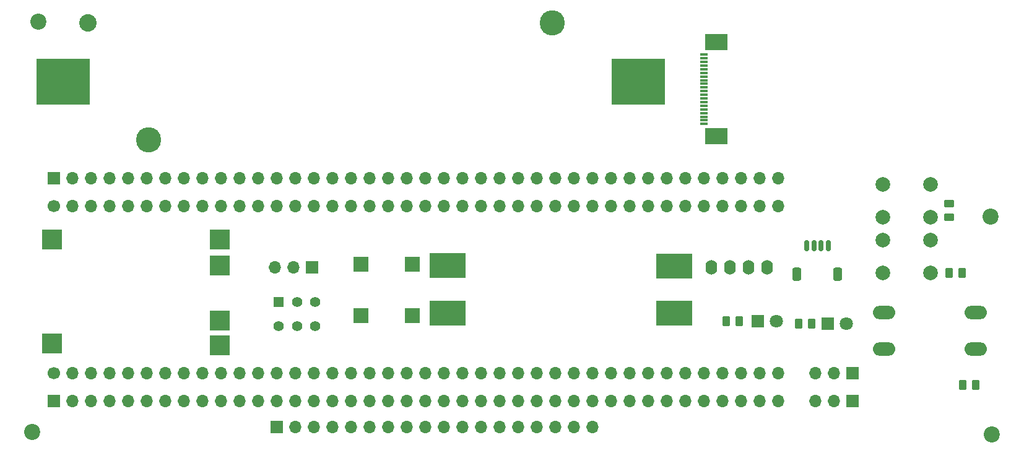
<source format=gts>
G04 #@! TF.GenerationSoftware,KiCad,Pcbnew,(7.99.0-200-gad838e3d73)*
G04 #@! TF.CreationDate,2024-03-15T16:03:47+07:00*
G04 #@! TF.ProjectId,WMS,574d532e-6b69-4636-9164-5f7063625858,rev?*
G04 #@! TF.SameCoordinates,Original*
G04 #@! TF.FileFunction,Soldermask,Top*
G04 #@! TF.FilePolarity,Negative*
%FSLAX46Y46*%
G04 Gerber Fmt 4.6, Leading zero omitted, Abs format (unit mm)*
G04 Created by KiCad (PCBNEW (7.99.0-200-gad838e3d73)) date 2024-03-15 16:03:47*
%MOMM*%
%LPD*%
G01*
G04 APERTURE LIST*
G04 Aperture macros list*
%AMRoundRect*
0 Rectangle with rounded corners*
0 $1 Rounding radius*
0 $2 $3 $4 $5 $6 $7 $8 $9 X,Y pos of 4 corners*
0 Add a 4 corners polygon primitive as box body*
4,1,4,$2,$3,$4,$5,$6,$7,$8,$9,$2,$3,0*
0 Add four circle primitives for the rounded corners*
1,1,$1+$1,$2,$3*
1,1,$1+$1,$4,$5*
1,1,$1+$1,$6,$7*
1,1,$1+$1,$8,$9*
0 Add four rect primitives between the rounded corners*
20,1,$1+$1,$2,$3,$4,$5,0*
20,1,$1+$1,$4,$5,$6,$7,0*
20,1,$1+$1,$6,$7,$8,$9,0*
20,1,$1+$1,$8,$9,$2,$3,0*%
G04 Aperture macros list end*
%ADD10R,1.400000X1.400000*%
%ADD11C,1.400000*%
%ADD12RoundRect,0.250000X-0.262500X-0.450000X0.262500X-0.450000X0.262500X0.450000X-0.262500X0.450000X0*%
%ADD13C,2.000000*%
%ADD14R,5.000000X3.500000*%
%ADD15R,2.000000X2.000000*%
%ADD16RoundRect,0.250000X0.262500X0.450000X-0.262500X0.450000X-0.262500X-0.450000X0.262500X-0.450000X0*%
%ADD17C,2.390000*%
%ADD18C,3.450000*%
%ADD19R,7.340000X6.350000*%
%ADD20C,2.200000*%
%ADD21R,1.700000X1.700000*%
%ADD22O,1.700000X1.700000*%
%ADD23R,1.100000X0.300000*%
%ADD24R,3.100000X2.300000*%
%ADD25O,1.600000X2.000000*%
%ADD26RoundRect,0.150000X-0.150000X-0.625000X0.150000X-0.625000X0.150000X0.625000X-0.150000X0.625000X0*%
%ADD27RoundRect,0.250000X-0.350000X-0.650000X0.350000X-0.650000X0.350000X0.650000X-0.350000X0.650000X0*%
%ADD28RoundRect,0.250000X0.450000X-0.262500X0.450000X0.262500X-0.450000X0.262500X-0.450000X-0.262500X0*%
%ADD29C,1.700000*%
%ADD30R,1.800000X1.800000*%
%ADD31C,1.800000*%
%ADD32O,3.048000X1.850000*%
%ADD33R,2.800000X2.800000*%
G04 APERTURE END LIST*
D10*
X105896399Y-94896399D03*
D11*
X108396400Y-94896400D03*
X110896400Y-94896400D03*
X105896400Y-98196400D03*
X108396400Y-98196400D03*
X110896400Y-98196400D03*
D12*
X176991000Y-97891600D03*
X178816000Y-97891600D03*
D13*
X188520000Y-86396000D03*
X195020000Y-86396000D03*
X188520000Y-90896000D03*
X195020000Y-90896000D03*
D14*
X160019999Y-89965999D03*
X160019999Y-96415999D03*
X129019999Y-96415999D03*
X129019999Y-89915999D03*
D15*
X117149999Y-89743399D03*
X117149999Y-96743399D03*
X124149999Y-96743399D03*
X124149999Y-89743399D03*
D16*
X201244200Y-106222800D03*
X199419200Y-106222800D03*
D17*
X79807000Y-56744600D03*
D18*
X88137000Y-72744600D03*
X143337000Y-56744600D03*
D19*
X76406999Y-64744599D03*
X155066999Y-64744599D03*
D12*
X167085000Y-97485200D03*
X168910000Y-97485200D03*
D20*
X203276200Y-83235800D03*
D21*
X75183999Y-108457999D03*
D22*
X77723999Y-108457999D03*
X80263999Y-108457999D03*
X82803999Y-108457999D03*
X85343999Y-108457999D03*
X87883999Y-108457999D03*
X90423999Y-108457999D03*
X92963999Y-108457999D03*
X95503999Y-108457999D03*
X98043999Y-108457999D03*
X100583999Y-108457999D03*
X103123999Y-108457999D03*
X105663999Y-108457999D03*
X108203999Y-108457999D03*
X110743999Y-108457999D03*
X113283999Y-108457999D03*
X115823999Y-108457999D03*
X118363999Y-108457999D03*
X120903999Y-108457999D03*
X123443999Y-108457999D03*
X125983999Y-108457999D03*
X128523999Y-108457999D03*
X131063999Y-108457999D03*
X133603999Y-108457999D03*
X136143999Y-108457999D03*
X138683999Y-108457999D03*
X141223999Y-108457999D03*
X143763999Y-108457999D03*
X146303999Y-108457999D03*
X148843999Y-108457999D03*
X151383999Y-108457999D03*
X153923999Y-108457999D03*
X156463999Y-108457999D03*
X159003999Y-108457999D03*
X161543999Y-108457999D03*
X164083999Y-108457999D03*
X166623999Y-108457999D03*
X169163999Y-108457999D03*
X171703999Y-108457999D03*
X174243999Y-108457999D03*
D21*
X110489999Y-90169999D03*
D22*
X107949999Y-90169999D03*
X105409999Y-90169999D03*
D23*
X164058599Y-61046599D03*
X164058599Y-61546599D03*
X164058599Y-62046599D03*
X164058599Y-62546599D03*
X164058599Y-63046599D03*
X164058599Y-63546599D03*
X164058599Y-64046599D03*
X164058599Y-64546599D03*
X164058599Y-65046599D03*
X164058599Y-65546599D03*
X164058599Y-66046599D03*
X164058599Y-66546599D03*
X164058599Y-67046599D03*
X164058599Y-67546599D03*
X164058599Y-68046599D03*
X164058599Y-68546599D03*
X164058599Y-69046599D03*
X164058599Y-69546599D03*
X164058599Y-70046599D03*
X164058599Y-70546599D03*
D24*
X165758599Y-72216599D03*
X165758599Y-59376599D03*
D25*
X165099999Y-90169999D03*
X167639999Y-90169999D03*
X170179999Y-90169999D03*
X172719999Y-90169999D03*
D21*
X184403999Y-108457999D03*
D22*
X181863999Y-108457999D03*
X179323999Y-108457999D03*
D20*
X73025000Y-56540400D03*
X203428600Y-112979200D03*
D13*
X188520000Y-78776000D03*
X195020000Y-78776000D03*
X188520000Y-83276000D03*
X195020000Y-83276000D03*
D26*
X178072000Y-87184000D03*
X179072000Y-87184000D03*
X180072000Y-87184000D03*
X181072000Y-87184000D03*
D27*
X176772000Y-91059000D03*
X182372000Y-91059000D03*
D12*
X197561200Y-90906600D03*
X199386200Y-90906600D03*
D28*
X197586600Y-83286600D03*
X197586600Y-81461600D03*
D29*
X75184000Y-81788000D03*
D22*
X77723999Y-81787999D03*
X80263999Y-81787999D03*
X82803999Y-81787999D03*
X85343999Y-81787999D03*
X87883999Y-81787999D03*
X90423999Y-81787999D03*
X92963999Y-81787999D03*
X95503999Y-81787999D03*
X98043999Y-81787999D03*
X100583999Y-81787999D03*
X103123999Y-81787999D03*
X105663999Y-81787999D03*
X108203999Y-81787999D03*
X110743999Y-81787999D03*
X113283999Y-81787999D03*
X115823999Y-81787999D03*
X118363999Y-81787999D03*
X120903999Y-81787999D03*
X123443999Y-81787999D03*
X125983999Y-81787999D03*
X128523999Y-81787999D03*
X131063999Y-81787999D03*
X133603999Y-81787999D03*
X136143999Y-81787999D03*
X138683999Y-81787999D03*
X141223999Y-81787999D03*
X143763999Y-81787999D03*
X146303999Y-81787999D03*
X148843999Y-81787999D03*
X151383999Y-81787999D03*
X153923999Y-81787999D03*
X156463999Y-81787999D03*
X159003999Y-81787999D03*
X161543999Y-81787999D03*
X164083999Y-81787999D03*
X166623999Y-81787999D03*
X169163999Y-81787999D03*
X171703999Y-81787999D03*
X174243999Y-81787999D03*
X174243999Y-104647999D03*
X171703999Y-104647999D03*
X169163999Y-104647999D03*
X166623999Y-104647999D03*
X164083999Y-104647999D03*
X161543999Y-104647999D03*
X159003999Y-104647999D03*
X156463999Y-104647999D03*
X153923999Y-104647999D03*
X151383999Y-104647999D03*
X148843999Y-104647999D03*
X146303999Y-104647999D03*
X143763999Y-104647999D03*
X141223999Y-104647999D03*
X138683999Y-104647999D03*
X136143999Y-104647999D03*
X133603999Y-104647999D03*
X131063999Y-104647999D03*
X128523999Y-104647999D03*
X125983999Y-104647999D03*
X123443999Y-104647999D03*
X120903999Y-104647999D03*
X118363999Y-104647999D03*
X115823999Y-104647999D03*
X113283999Y-104647999D03*
X110743999Y-104647999D03*
X108203999Y-104647999D03*
X105663999Y-104647999D03*
X103123999Y-104647999D03*
X100583999Y-104647999D03*
X98043999Y-104647999D03*
X95503999Y-104647999D03*
X92963999Y-104647999D03*
X90423999Y-104647999D03*
X87883999Y-104647999D03*
X85343999Y-104647999D03*
X82803999Y-104647999D03*
X80263999Y-104647999D03*
X77723999Y-104647999D03*
D29*
X75184000Y-104648000D03*
D22*
X179323999Y-104647999D03*
X181863999Y-104647999D03*
D21*
X184403999Y-104647999D03*
D30*
X180944599Y-97891599D03*
D31*
X183484600Y-97891600D03*
D20*
X72212200Y-112699800D03*
D30*
X171449999Y-97485199D03*
D31*
X173990000Y-97485200D03*
D32*
X188721999Y-96305999D03*
X201221999Y-96305999D03*
X188721999Y-101305999D03*
X201221999Y-101305999D03*
D21*
X105663999Y-112013999D03*
D22*
X108203999Y-112013999D03*
X110743999Y-112013999D03*
X113283999Y-112013999D03*
X115823999Y-112013999D03*
X118363999Y-112013999D03*
X120903999Y-112013999D03*
X123443999Y-112013999D03*
X125983999Y-112013999D03*
X128523999Y-112013999D03*
X131063999Y-112013999D03*
X133603999Y-112013999D03*
X136143999Y-112013999D03*
X138683999Y-112013999D03*
X141223999Y-112013999D03*
X143763999Y-112013999D03*
X146303999Y-112013999D03*
X148843999Y-112013999D03*
D33*
X74929999Y-86359999D03*
X74929999Y-100559999D03*
X97829999Y-86359999D03*
X97829999Y-100859999D03*
X97829999Y-89859999D03*
X97829999Y-97459999D03*
D21*
X75183999Y-77977999D03*
D22*
X77723999Y-77977999D03*
X80263999Y-77977999D03*
X82803999Y-77977999D03*
X85343999Y-77977999D03*
X87883999Y-77977999D03*
X90423999Y-77977999D03*
X92963999Y-77977999D03*
X95503999Y-77977999D03*
X98043999Y-77977999D03*
X100583999Y-77977999D03*
X103123999Y-77977999D03*
X105663999Y-77977999D03*
X108203999Y-77977999D03*
X110743999Y-77977999D03*
X113283999Y-77977999D03*
X115823999Y-77977999D03*
X118363999Y-77977999D03*
X120903999Y-77977999D03*
X123443999Y-77977999D03*
X125983999Y-77977999D03*
X128523999Y-77977999D03*
X131063999Y-77977999D03*
X133603999Y-77977999D03*
X136143999Y-77977999D03*
X138683999Y-77977999D03*
X141223999Y-77977999D03*
X143763999Y-77977999D03*
X146303999Y-77977999D03*
X148843999Y-77977999D03*
X151383999Y-77977999D03*
X153923999Y-77977999D03*
X156463999Y-77977999D03*
X159003999Y-77977999D03*
X161543999Y-77977999D03*
X164083999Y-77977999D03*
X166623999Y-77977999D03*
X169163999Y-77977999D03*
X171703999Y-77977999D03*
X174243999Y-77977999D03*
M02*

</source>
